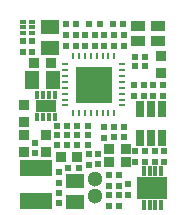
<source format=gts>
%FSLAX25Y25*%
%MOIN*%
G70*
G01*
G75*
G04 Layer_Color=8388736*
%ADD10C,0.00800*%
%ADD11R,0.01969X0.01969*%
%ADD12R,0.01969X0.01969*%
%ADD13R,0.02756X0.05118*%
%ADD14R,0.09370X0.06496*%
%ADD15R,0.00984X0.02756*%
%ADD16R,0.01929X0.01181*%
%ADD17R,0.02047X0.01181*%
%ADD18R,0.06299X0.03543*%
%ADD19R,0.01102X0.01969*%
%ADD20R,0.12205X0.12205*%
%ADD21R,0.00984X0.02362*%
%ADD22R,0.02362X0.00984*%
%ADD23R,0.10709X0.05079*%
%ADD24R,0.05787X0.04449*%
%ADD25R,0.03000X0.03000*%
%ADD26R,0.04449X0.05787*%
%ADD27R,0.03000X0.03000*%
%ADD28R,0.04331X0.03543*%
%ADD29C,0.02000*%
%ADD30C,0.00600*%
%ADD31C,0.01200*%
%ADD32C,0.01000*%
%ADD33C,0.00500*%
%ADD34C,0.05118*%
%ADD35C,0.01400*%
%ADD36C,0.01969*%
%ADD37R,0.01063X0.02047*%
%ADD38R,0.01417X0.02047*%
%ADD39R,0.02953X0.05906*%
%ADD40O,0.01575X0.05299*%
%ADD41O,0.01575X0.06874*%
%ADD42O,0.05299X0.01575*%
%ADD43O,0.06874X0.01575*%
%ADD44O,0.10024X0.01575*%
%ADD45R,0.08000X0.06300*%
%ADD46C,0.00984*%
%ADD47C,0.00394*%
%ADD48C,0.00787*%
%ADD49R,0.00984X0.01969*%
%ADD50R,0.05118X0.02756*%
%ADD51R,0.05512X0.05512*%
%ADD52R,0.05512X0.05906*%
%ADD53R,0.02756X0.00000*%
%ADD54R,0.02169X0.02169*%
%ADD55R,0.02169X0.02169*%
%ADD56R,0.02956X0.05318*%
%ADD57R,0.10173X0.07299*%
%ADD58R,0.01787X0.03559*%
%ADD59R,0.02323X0.01575*%
%ADD60R,0.02441X0.01575*%
%ADD61R,0.06850X0.04095*%
%ADD62R,0.01654X0.02520*%
%ADD63R,0.12405X0.12405*%
%ADD64R,0.10909X0.05279*%
%ADD65R,0.05987X0.04649*%
%ADD66R,0.03200X0.03200*%
%ADD67R,0.04649X0.05987*%
%ADD68R,0.03200X0.03200*%
%ADD69R,0.04531X0.03743*%
%ADD70C,0.00200*%
%ADD71C,0.02169*%
D21*
X18810Y51749D02*
D03*
X20779D02*
D03*
X22747D02*
D03*
X24716D02*
D03*
X26684D02*
D03*
X28653D02*
D03*
X30621D02*
D03*
X32590D02*
D03*
Y32851D02*
D03*
X30621D02*
D03*
X28653D02*
D03*
X26684D02*
D03*
X24716D02*
D03*
X22747D02*
D03*
X20779D02*
D03*
X18810D02*
D03*
D22*
X35149Y49190D02*
D03*
Y47221D02*
D03*
Y45253D02*
D03*
Y43284D02*
D03*
Y41316D02*
D03*
Y39347D02*
D03*
Y37379D02*
D03*
Y35410D02*
D03*
X16251D02*
D03*
Y37379D02*
D03*
Y39347D02*
D03*
Y41316D02*
D03*
Y43284D02*
D03*
Y45253D02*
D03*
Y47221D02*
D03*
Y49190D02*
D03*
D34*
X26100Y5094D02*
D03*
Y11000D02*
D03*
D54*
X32028Y62500D02*
D03*
X35572D02*
D03*
X27772D02*
D03*
X24228D02*
D03*
X39428Y51700D02*
D03*
X42972D02*
D03*
X20772Y14400D02*
D03*
X17228D02*
D03*
X35869Y25054D02*
D03*
X32326D02*
D03*
X35869Y28254D02*
D03*
X32326D02*
D03*
X20128Y25500D02*
D03*
X23672D02*
D03*
X20128Y28700D02*
D03*
X23672D02*
D03*
X13428Y25500D02*
D03*
X16972D02*
D03*
X13428Y28700D02*
D03*
X16972D02*
D03*
X42972Y48500D02*
D03*
X39428D02*
D03*
X19872Y62500D02*
D03*
X16328D02*
D03*
X16972Y22300D02*
D03*
X13428D02*
D03*
X23672D02*
D03*
X20128D02*
D03*
D55*
X22900Y58772D02*
D03*
Y55228D02*
D03*
X34100Y8728D02*
D03*
Y12272D02*
D03*
Y2028D02*
D03*
Y5572D02*
D03*
X30900Y12272D02*
D03*
Y8728D02*
D03*
Y5572D02*
D03*
Y2028D02*
D03*
X37300Y5628D02*
D03*
Y9172D02*
D03*
X42800Y16728D02*
D03*
Y20272D02*
D03*
X39600Y16728D02*
D03*
Y20272D02*
D03*
X14100Y9528D02*
D03*
Y13072D02*
D03*
Y6372D02*
D03*
Y2828D02*
D03*
X2000Y53228D02*
D03*
Y56772D02*
D03*
X45600Y38528D02*
D03*
Y42072D02*
D03*
X48800Y38528D02*
D03*
Y42072D02*
D03*
X6200Y22972D02*
D03*
Y19428D02*
D03*
X24000Y15628D02*
D03*
Y19172D02*
D03*
X27200Y15828D02*
D03*
Y19372D02*
D03*
X35700Y58772D02*
D03*
Y55228D02*
D03*
X32500Y58772D02*
D03*
Y55228D02*
D03*
X29300Y58772D02*
D03*
Y55228D02*
D03*
X26100Y58772D02*
D03*
Y55228D02*
D03*
X19700Y58772D02*
D03*
Y55228D02*
D03*
X39200Y38528D02*
D03*
Y42072D02*
D03*
X5300Y56772D02*
D03*
Y53228D02*
D03*
X16500Y55228D02*
D03*
Y58772D02*
D03*
X29200Y24728D02*
D03*
Y28272D02*
D03*
X42400Y38528D02*
D03*
Y42072D02*
D03*
X46000Y16728D02*
D03*
Y20272D02*
D03*
X49200Y16728D02*
D03*
Y20272D02*
D03*
D56*
X41060Y24676D02*
D03*
X44800D02*
D03*
X48540D02*
D03*
Y34124D02*
D03*
X44800D02*
D03*
X41060D02*
D03*
D57*
X45300Y7900D02*
D03*
D58*
X42347Y2388D02*
D03*
X44316D02*
D03*
X46284D02*
D03*
X48253D02*
D03*
X42347Y13412D02*
D03*
X44316D02*
D03*
X46284D02*
D03*
X48253D02*
D03*
D59*
X1984Y59431D02*
D03*
Y61400D02*
D03*
Y63368D02*
D03*
X5016D02*
D03*
Y61400D02*
D03*
D60*
Y59431D02*
D03*
D61*
X9700Y35300D02*
D03*
D62*
X6747Y39040D02*
D03*
X8716D02*
D03*
X10684D02*
D03*
X12653D02*
D03*
Y31560D02*
D03*
X10684D02*
D03*
X8716D02*
D03*
X6747D02*
D03*
D63*
X25700Y42300D02*
D03*
D64*
X6400Y3469D02*
D03*
Y14532D02*
D03*
D65*
X19400Y3216D02*
D03*
Y10184D02*
D03*
X11200Y54616D02*
D03*
Y61584D02*
D03*
D66*
X9800Y25450D02*
D03*
Y19950D02*
D03*
X2500Y25450D02*
D03*
Y19950D02*
D03*
Y35550D02*
D03*
Y30050D02*
D03*
X48000Y51750D02*
D03*
Y46250D02*
D03*
D67*
X12084Y43800D02*
D03*
X5116D02*
D03*
D68*
X36450Y16400D02*
D03*
X30950D02*
D03*
X14750Y18200D02*
D03*
X20250D02*
D03*
X5950Y49400D02*
D03*
X11450D02*
D03*
X36448Y20954D02*
D03*
X30948D02*
D03*
D69*
X47246Y56741D02*
D03*
X40554D02*
D03*
X47246Y61859D02*
D03*
X40554D02*
D03*
D70*
X25591Y68898D02*
D03*
X55118Y25591D02*
D03*
X-3937D02*
D03*
D71*
X43332Y5931D02*
D03*
Y9868D02*
D03*
X47269Y5931D02*
D03*
Y9868D02*
D03*
M02*

</source>
